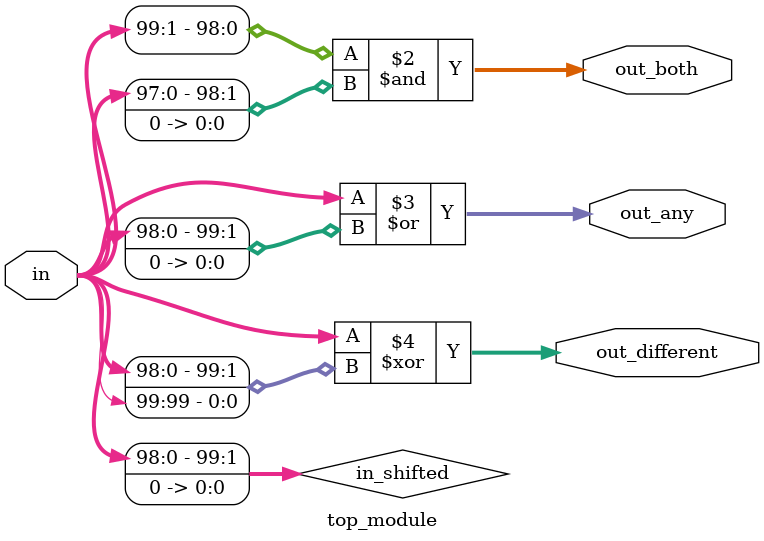
<source format=sv>
module top_module (
	input [99:0] in,
	output [98:0] out_both,
	output [99:0] out_any,
	output [99:0] out_different
);

    wire [99:0] in_shifted;

    // Shift input by one bit to the left
    assign in_shifted = in << 1;

    // Output both AND operation
    assign out_both = in[99:1] & in_shifted[98:0];

    // Output any OR operation
    assign out_any = in | in_shifted[99:0];

    // Output different XOR operation
    assign out_different = in ^ {in[98:0], in[99]};

endmodule

</source>
